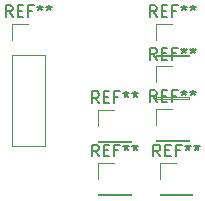
<source format=gbr>
%TF.GenerationSoftware,KiCad,Pcbnew,9.0.1*%
%TF.CreationDate,2025-05-06T14:46:56+03:00*%
%TF.ProjectId,plata_zmk,706c6174-615f-47a6-9d6b-2e6b69636164,rev?*%
%TF.SameCoordinates,Original*%
%TF.FileFunction,Legend,Top*%
%TF.FilePolarity,Positive*%
%FSLAX46Y46*%
G04 Gerber Fmt 4.6, Leading zero omitted, Abs format (unit mm)*
G04 Created by KiCad (PCBNEW 9.0.1) date 2025-05-06 14:46:56*
%MOMM*%
%LPD*%
G01*
G04 APERTURE LIST*
%ADD10C,0.150000*%
%ADD11C,0.120000*%
G04 APERTURE END LIST*
D10*
X255166666Y-57374819D02*
X254833333Y-56898628D01*
X254595238Y-57374819D02*
X254595238Y-56374819D01*
X254595238Y-56374819D02*
X254976190Y-56374819D01*
X254976190Y-56374819D02*
X255071428Y-56422438D01*
X255071428Y-56422438D02*
X255119047Y-56470057D01*
X255119047Y-56470057D02*
X255166666Y-56565295D01*
X255166666Y-56565295D02*
X255166666Y-56708152D01*
X255166666Y-56708152D02*
X255119047Y-56803390D01*
X255119047Y-56803390D02*
X255071428Y-56851009D01*
X255071428Y-56851009D02*
X254976190Y-56898628D01*
X254976190Y-56898628D02*
X254595238Y-56898628D01*
X255595238Y-56851009D02*
X255928571Y-56851009D01*
X256071428Y-57374819D02*
X255595238Y-57374819D01*
X255595238Y-57374819D02*
X255595238Y-56374819D01*
X255595238Y-56374819D02*
X256071428Y-56374819D01*
X256833333Y-56851009D02*
X256500000Y-56851009D01*
X256500000Y-57374819D02*
X256500000Y-56374819D01*
X256500000Y-56374819D02*
X256976190Y-56374819D01*
X257500000Y-56374819D02*
X257500000Y-56612914D01*
X257261905Y-56517676D02*
X257500000Y-56612914D01*
X257500000Y-56612914D02*
X257738095Y-56517676D01*
X257357143Y-56803390D02*
X257500000Y-56612914D01*
X257500000Y-56612914D02*
X257642857Y-56803390D01*
X258261905Y-56374819D02*
X258261905Y-56612914D01*
X258023810Y-56517676D02*
X258261905Y-56612914D01*
X258261905Y-56612914D02*
X258500000Y-56517676D01*
X258119048Y-56803390D02*
X258261905Y-56612914D01*
X258261905Y-56612914D02*
X258404762Y-56803390D01*
X242966666Y-57374819D02*
X242633333Y-56898628D01*
X242395238Y-57374819D02*
X242395238Y-56374819D01*
X242395238Y-56374819D02*
X242776190Y-56374819D01*
X242776190Y-56374819D02*
X242871428Y-56422438D01*
X242871428Y-56422438D02*
X242919047Y-56470057D01*
X242919047Y-56470057D02*
X242966666Y-56565295D01*
X242966666Y-56565295D02*
X242966666Y-56708152D01*
X242966666Y-56708152D02*
X242919047Y-56803390D01*
X242919047Y-56803390D02*
X242871428Y-56851009D01*
X242871428Y-56851009D02*
X242776190Y-56898628D01*
X242776190Y-56898628D02*
X242395238Y-56898628D01*
X243395238Y-56851009D02*
X243728571Y-56851009D01*
X243871428Y-57374819D02*
X243395238Y-57374819D01*
X243395238Y-57374819D02*
X243395238Y-56374819D01*
X243395238Y-56374819D02*
X243871428Y-56374819D01*
X244633333Y-56851009D02*
X244300000Y-56851009D01*
X244300000Y-57374819D02*
X244300000Y-56374819D01*
X244300000Y-56374819D02*
X244776190Y-56374819D01*
X245300000Y-56374819D02*
X245300000Y-56612914D01*
X245061905Y-56517676D02*
X245300000Y-56612914D01*
X245300000Y-56612914D02*
X245538095Y-56517676D01*
X245157143Y-56803390D02*
X245300000Y-56612914D01*
X245300000Y-56612914D02*
X245442857Y-56803390D01*
X246061905Y-56374819D02*
X246061905Y-56612914D01*
X245823810Y-56517676D02*
X246061905Y-56612914D01*
X246061905Y-56612914D02*
X246300000Y-56517676D01*
X245919048Y-56803390D02*
X246061905Y-56612914D01*
X246061905Y-56612914D02*
X246204762Y-56803390D01*
X250266666Y-64674819D02*
X249933333Y-64198628D01*
X249695238Y-64674819D02*
X249695238Y-63674819D01*
X249695238Y-63674819D02*
X250076190Y-63674819D01*
X250076190Y-63674819D02*
X250171428Y-63722438D01*
X250171428Y-63722438D02*
X250219047Y-63770057D01*
X250219047Y-63770057D02*
X250266666Y-63865295D01*
X250266666Y-63865295D02*
X250266666Y-64008152D01*
X250266666Y-64008152D02*
X250219047Y-64103390D01*
X250219047Y-64103390D02*
X250171428Y-64151009D01*
X250171428Y-64151009D02*
X250076190Y-64198628D01*
X250076190Y-64198628D02*
X249695238Y-64198628D01*
X250695238Y-64151009D02*
X251028571Y-64151009D01*
X251171428Y-64674819D02*
X250695238Y-64674819D01*
X250695238Y-64674819D02*
X250695238Y-63674819D01*
X250695238Y-63674819D02*
X251171428Y-63674819D01*
X251933333Y-64151009D02*
X251600000Y-64151009D01*
X251600000Y-64674819D02*
X251600000Y-63674819D01*
X251600000Y-63674819D02*
X252076190Y-63674819D01*
X252600000Y-63674819D02*
X252600000Y-63912914D01*
X252361905Y-63817676D02*
X252600000Y-63912914D01*
X252600000Y-63912914D02*
X252838095Y-63817676D01*
X252457143Y-64103390D02*
X252600000Y-63912914D01*
X252600000Y-63912914D02*
X252742857Y-64103390D01*
X253361905Y-63674819D02*
X253361905Y-63912914D01*
X253123810Y-63817676D02*
X253361905Y-63912914D01*
X253361905Y-63912914D02*
X253600000Y-63817676D01*
X253219048Y-64103390D02*
X253361905Y-63912914D01*
X253361905Y-63912914D02*
X253504762Y-64103390D01*
X255466666Y-69174819D02*
X255133333Y-68698628D01*
X254895238Y-69174819D02*
X254895238Y-68174819D01*
X254895238Y-68174819D02*
X255276190Y-68174819D01*
X255276190Y-68174819D02*
X255371428Y-68222438D01*
X255371428Y-68222438D02*
X255419047Y-68270057D01*
X255419047Y-68270057D02*
X255466666Y-68365295D01*
X255466666Y-68365295D02*
X255466666Y-68508152D01*
X255466666Y-68508152D02*
X255419047Y-68603390D01*
X255419047Y-68603390D02*
X255371428Y-68651009D01*
X255371428Y-68651009D02*
X255276190Y-68698628D01*
X255276190Y-68698628D02*
X254895238Y-68698628D01*
X255895238Y-68651009D02*
X256228571Y-68651009D01*
X256371428Y-69174819D02*
X255895238Y-69174819D01*
X255895238Y-69174819D02*
X255895238Y-68174819D01*
X255895238Y-68174819D02*
X256371428Y-68174819D01*
X257133333Y-68651009D02*
X256800000Y-68651009D01*
X256800000Y-69174819D02*
X256800000Y-68174819D01*
X256800000Y-68174819D02*
X257276190Y-68174819D01*
X257800000Y-68174819D02*
X257800000Y-68412914D01*
X257561905Y-68317676D02*
X257800000Y-68412914D01*
X257800000Y-68412914D02*
X258038095Y-68317676D01*
X257657143Y-68603390D02*
X257800000Y-68412914D01*
X257800000Y-68412914D02*
X257942857Y-68603390D01*
X258561905Y-68174819D02*
X258561905Y-68412914D01*
X258323810Y-68317676D02*
X258561905Y-68412914D01*
X258561905Y-68412914D02*
X258800000Y-68317676D01*
X258419048Y-68603390D02*
X258561905Y-68412914D01*
X258561905Y-68412914D02*
X258704762Y-68603390D01*
X250266666Y-69174819D02*
X249933333Y-68698628D01*
X249695238Y-69174819D02*
X249695238Y-68174819D01*
X249695238Y-68174819D02*
X250076190Y-68174819D01*
X250076190Y-68174819D02*
X250171428Y-68222438D01*
X250171428Y-68222438D02*
X250219047Y-68270057D01*
X250219047Y-68270057D02*
X250266666Y-68365295D01*
X250266666Y-68365295D02*
X250266666Y-68508152D01*
X250266666Y-68508152D02*
X250219047Y-68603390D01*
X250219047Y-68603390D02*
X250171428Y-68651009D01*
X250171428Y-68651009D02*
X250076190Y-68698628D01*
X250076190Y-68698628D02*
X249695238Y-68698628D01*
X250695238Y-68651009D02*
X251028571Y-68651009D01*
X251171428Y-69174819D02*
X250695238Y-69174819D01*
X250695238Y-69174819D02*
X250695238Y-68174819D01*
X250695238Y-68174819D02*
X251171428Y-68174819D01*
X251933333Y-68651009D02*
X251600000Y-68651009D01*
X251600000Y-69174819D02*
X251600000Y-68174819D01*
X251600000Y-68174819D02*
X252076190Y-68174819D01*
X252600000Y-68174819D02*
X252600000Y-68412914D01*
X252361905Y-68317676D02*
X252600000Y-68412914D01*
X252600000Y-68412914D02*
X252838095Y-68317676D01*
X252457143Y-68603390D02*
X252600000Y-68412914D01*
X252600000Y-68412914D02*
X252742857Y-68603390D01*
X253361905Y-68174819D02*
X253361905Y-68412914D01*
X253123810Y-68317676D02*
X253361905Y-68412914D01*
X253361905Y-68412914D02*
X253600000Y-68317676D01*
X253219048Y-68603390D02*
X253361905Y-68412914D01*
X253361905Y-68412914D02*
X253504762Y-68603390D01*
X255166666Y-60974819D02*
X254833333Y-60498628D01*
X254595238Y-60974819D02*
X254595238Y-59974819D01*
X254595238Y-59974819D02*
X254976190Y-59974819D01*
X254976190Y-59974819D02*
X255071428Y-60022438D01*
X255071428Y-60022438D02*
X255119047Y-60070057D01*
X255119047Y-60070057D02*
X255166666Y-60165295D01*
X255166666Y-60165295D02*
X255166666Y-60308152D01*
X255166666Y-60308152D02*
X255119047Y-60403390D01*
X255119047Y-60403390D02*
X255071428Y-60451009D01*
X255071428Y-60451009D02*
X254976190Y-60498628D01*
X254976190Y-60498628D02*
X254595238Y-60498628D01*
X255595238Y-60451009D02*
X255928571Y-60451009D01*
X256071428Y-60974819D02*
X255595238Y-60974819D01*
X255595238Y-60974819D02*
X255595238Y-59974819D01*
X255595238Y-59974819D02*
X256071428Y-59974819D01*
X256833333Y-60451009D02*
X256500000Y-60451009D01*
X256500000Y-60974819D02*
X256500000Y-59974819D01*
X256500000Y-59974819D02*
X256976190Y-59974819D01*
X257500000Y-59974819D02*
X257500000Y-60212914D01*
X257261905Y-60117676D02*
X257500000Y-60212914D01*
X257500000Y-60212914D02*
X257738095Y-60117676D01*
X257357143Y-60403390D02*
X257500000Y-60212914D01*
X257500000Y-60212914D02*
X257642857Y-60403390D01*
X258261905Y-59974819D02*
X258261905Y-60212914D01*
X258023810Y-60117676D02*
X258261905Y-60212914D01*
X258261905Y-60212914D02*
X258500000Y-60117676D01*
X258119048Y-60403390D02*
X258261905Y-60212914D01*
X258261905Y-60212914D02*
X258404762Y-60403390D01*
X255166666Y-64574819D02*
X254833333Y-64098628D01*
X254595238Y-64574819D02*
X254595238Y-63574819D01*
X254595238Y-63574819D02*
X254976190Y-63574819D01*
X254976190Y-63574819D02*
X255071428Y-63622438D01*
X255071428Y-63622438D02*
X255119047Y-63670057D01*
X255119047Y-63670057D02*
X255166666Y-63765295D01*
X255166666Y-63765295D02*
X255166666Y-63908152D01*
X255166666Y-63908152D02*
X255119047Y-64003390D01*
X255119047Y-64003390D02*
X255071428Y-64051009D01*
X255071428Y-64051009D02*
X254976190Y-64098628D01*
X254976190Y-64098628D02*
X254595238Y-64098628D01*
X255595238Y-64051009D02*
X255928571Y-64051009D01*
X256071428Y-64574819D02*
X255595238Y-64574819D01*
X255595238Y-64574819D02*
X255595238Y-63574819D01*
X255595238Y-63574819D02*
X256071428Y-63574819D01*
X256833333Y-64051009D02*
X256500000Y-64051009D01*
X256500000Y-64574819D02*
X256500000Y-63574819D01*
X256500000Y-63574819D02*
X256976190Y-63574819D01*
X257500000Y-63574819D02*
X257500000Y-63812914D01*
X257261905Y-63717676D02*
X257500000Y-63812914D01*
X257500000Y-63812914D02*
X257738095Y-63717676D01*
X257357143Y-64003390D02*
X257500000Y-63812914D01*
X257500000Y-63812914D02*
X257642857Y-64003390D01*
X258261905Y-63574819D02*
X258261905Y-63812914D01*
X258023810Y-63717676D02*
X258261905Y-63812914D01*
X258261905Y-63812914D02*
X258500000Y-63717676D01*
X258119048Y-64003390D02*
X258261905Y-63812914D01*
X258261905Y-63812914D02*
X258404762Y-64003390D01*
D11*
%TO.C,REF\u002A\u002A*%
X257880000Y-60570000D02*
X257880000Y-60680000D01*
X255120000Y-60680000D02*
X257880000Y-60680000D01*
X255120000Y-60570000D02*
X257880000Y-60570000D01*
X255120000Y-60570000D02*
X255120000Y-60680000D01*
X255120000Y-59300000D02*
X255120000Y-57920000D01*
X255120000Y-57920000D02*
X256500000Y-57920000D01*
X242920000Y-57920000D02*
X244300000Y-57920000D01*
X242920000Y-59300000D02*
X242920000Y-57920000D01*
X242920000Y-60570000D02*
X242920000Y-68300000D01*
X242920000Y-60570000D02*
X245680000Y-60570000D01*
X242920000Y-68300000D02*
X245680000Y-68300000D01*
X245680000Y-60570000D02*
X245680000Y-68300000D01*
X250220000Y-65220000D02*
X251600000Y-65220000D01*
X250220000Y-66600000D02*
X250220000Y-65220000D01*
X250220000Y-67870000D02*
X250220000Y-67980000D01*
X250220000Y-67870000D02*
X252980000Y-67870000D01*
X250220000Y-67980000D02*
X252980000Y-67980000D01*
X252980000Y-67870000D02*
X252980000Y-67980000D01*
X255420000Y-69720000D02*
X256800000Y-69720000D01*
X255420000Y-71100000D02*
X255420000Y-69720000D01*
X255420000Y-72370000D02*
X255420000Y-72480000D01*
X255420000Y-72370000D02*
X258180000Y-72370000D01*
X255420000Y-72480000D02*
X258180000Y-72480000D01*
X258180000Y-72370000D02*
X258180000Y-72480000D01*
X250220000Y-69720000D02*
X251600000Y-69720000D01*
X250220000Y-71100000D02*
X250220000Y-69720000D01*
X250220000Y-72370000D02*
X250220000Y-72480000D01*
X250220000Y-72370000D02*
X252980000Y-72370000D01*
X250220000Y-72480000D02*
X252980000Y-72480000D01*
X252980000Y-72370000D02*
X252980000Y-72480000D01*
X255120000Y-61520000D02*
X256500000Y-61520000D01*
X255120000Y-62900000D02*
X255120000Y-61520000D01*
X255120000Y-64170000D02*
X255120000Y-64280000D01*
X255120000Y-64170000D02*
X257880000Y-64170000D01*
X255120000Y-64280000D02*
X257880000Y-64280000D01*
X257880000Y-64170000D02*
X257880000Y-64280000D01*
X255120000Y-65120000D02*
X256500000Y-65120000D01*
X255120000Y-66500000D02*
X255120000Y-65120000D01*
X255120000Y-67770000D02*
X255120000Y-67880000D01*
X255120000Y-67770000D02*
X257880000Y-67770000D01*
X255120000Y-67880000D02*
X257880000Y-67880000D01*
X257880000Y-67770000D02*
X257880000Y-67880000D01*
%TD*%
M02*

</source>
